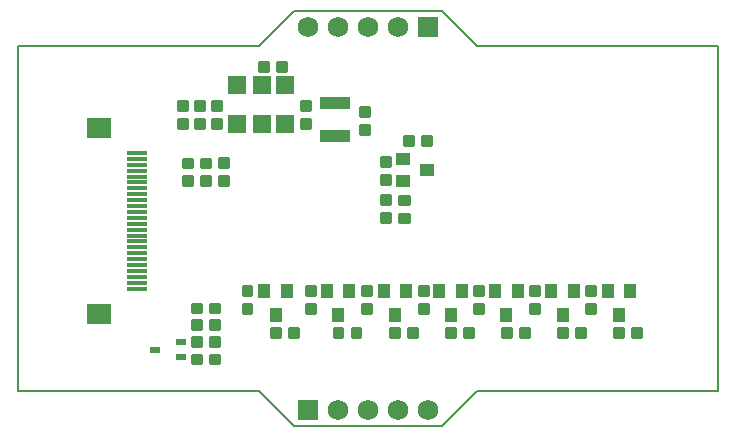
<source format=gts>
G75*
%MOIN*%
%OFA0B0*%
%FSLAX25Y25*%
%IPPOS*%
%LPD*%
%AMOC8*
5,1,8,0,0,1.08239X$1,22.5*
%
%ADD10C,0.00600*%
%ADD11C,0.00975*%
%ADD12R,0.05900X0.05900*%
%ADD13C,0.00850*%
%ADD14R,0.06699X0.01581*%
%ADD15R,0.08077X0.06699*%
%ADD16R,0.06900X0.06900*%
%ADD17C,0.06900*%
%ADD18R,0.10243X0.04337*%
%ADD19R,0.03550X0.02369*%
%ADD20R,0.03900X0.04900*%
%ADD21R,0.04900X0.04400*%
D10*
X0008065Y0019400D02*
X0008065Y0134361D01*
X0088320Y0134361D01*
X0099920Y0145961D01*
X0149420Y0145961D01*
X0161020Y0134361D01*
X0241136Y0134361D01*
X0241136Y0019400D01*
X0161020Y0019400D01*
X0149420Y0007800D01*
X0099920Y0007800D01*
X0088320Y0019400D01*
X0008065Y0019400D01*
D11*
X0065963Y0031504D02*
X0068889Y0031504D01*
X0068889Y0028578D01*
X0065963Y0028578D01*
X0065963Y0031504D01*
X0065963Y0029552D02*
X0068889Y0029552D01*
X0068889Y0030526D02*
X0065963Y0030526D01*
X0065963Y0031500D02*
X0068889Y0031500D01*
X0071963Y0031504D02*
X0074889Y0031504D01*
X0074889Y0028578D01*
X0071963Y0028578D01*
X0071963Y0031504D01*
X0071963Y0029552D02*
X0074889Y0029552D01*
X0074889Y0030526D02*
X0071963Y0030526D01*
X0071963Y0031500D02*
X0074889Y0031500D01*
X0074889Y0037204D02*
X0071963Y0037204D01*
X0074889Y0037204D02*
X0074889Y0034278D01*
X0071963Y0034278D01*
X0071963Y0037204D01*
X0071963Y0035252D02*
X0074889Y0035252D01*
X0074889Y0036226D02*
X0071963Y0036226D01*
X0071963Y0037200D02*
X0074889Y0037200D01*
X0074889Y0042904D02*
X0071963Y0042904D01*
X0074889Y0042904D02*
X0074889Y0039978D01*
X0071963Y0039978D01*
X0071963Y0042904D01*
X0071963Y0040952D02*
X0074889Y0040952D01*
X0074889Y0041926D02*
X0071963Y0041926D01*
X0071963Y0042900D02*
X0074889Y0042900D01*
X0074889Y0048504D02*
X0071963Y0048504D01*
X0074889Y0048504D02*
X0074889Y0045578D01*
X0071963Y0045578D01*
X0071963Y0048504D01*
X0071963Y0046552D02*
X0074889Y0046552D01*
X0074889Y0047526D02*
X0071963Y0047526D01*
X0071963Y0048500D02*
X0074889Y0048500D01*
X0068889Y0048504D02*
X0065963Y0048504D01*
X0068889Y0048504D02*
X0068889Y0045578D01*
X0065963Y0045578D01*
X0065963Y0048504D01*
X0065963Y0046552D02*
X0068889Y0046552D01*
X0068889Y0047526D02*
X0065963Y0047526D01*
X0065963Y0048500D02*
X0068889Y0048500D01*
X0068889Y0042904D02*
X0065963Y0042904D01*
X0068889Y0042904D02*
X0068889Y0039978D01*
X0065963Y0039978D01*
X0065963Y0042904D01*
X0065963Y0040952D02*
X0068889Y0040952D01*
X0068889Y0041926D02*
X0065963Y0041926D01*
X0065963Y0042900D02*
X0068889Y0042900D01*
X0068889Y0037204D02*
X0065963Y0037204D01*
X0068889Y0037204D02*
X0068889Y0034278D01*
X0065963Y0034278D01*
X0065963Y0037204D01*
X0065963Y0035252D02*
X0068889Y0035252D01*
X0068889Y0036226D02*
X0065963Y0036226D01*
X0065963Y0037200D02*
X0068889Y0037200D01*
X0082807Y0045343D02*
X0082807Y0048269D01*
X0085733Y0048269D01*
X0085733Y0045343D01*
X0082807Y0045343D01*
X0082807Y0046317D02*
X0085733Y0046317D01*
X0085733Y0047291D02*
X0082807Y0047291D01*
X0082807Y0048265D02*
X0085733Y0048265D01*
X0082807Y0051343D02*
X0082807Y0054269D01*
X0085733Y0054269D01*
X0085733Y0051343D01*
X0082807Y0051343D01*
X0082807Y0052317D02*
X0085733Y0052317D01*
X0085733Y0053291D02*
X0082807Y0053291D01*
X0082807Y0054265D02*
X0085733Y0054265D01*
X0104007Y0054269D02*
X0104007Y0051343D01*
X0104007Y0054269D02*
X0106933Y0054269D01*
X0106933Y0051343D01*
X0104007Y0051343D01*
X0104007Y0052317D02*
X0106933Y0052317D01*
X0106933Y0053291D02*
X0104007Y0053291D01*
X0104007Y0054265D02*
X0106933Y0054265D01*
X0104007Y0048269D02*
X0104007Y0045343D01*
X0104007Y0048269D02*
X0106933Y0048269D01*
X0106933Y0045343D01*
X0104007Y0045343D01*
X0104007Y0046317D02*
X0106933Y0046317D01*
X0106933Y0047291D02*
X0104007Y0047291D01*
X0104007Y0048265D02*
X0106933Y0048265D01*
X0101267Y0037287D02*
X0098341Y0037287D01*
X0098341Y0040213D01*
X0101267Y0040213D01*
X0101267Y0037287D01*
X0101267Y0038261D02*
X0098341Y0038261D01*
X0098341Y0039235D02*
X0101267Y0039235D01*
X0101267Y0040209D02*
X0098341Y0040209D01*
X0095267Y0037287D02*
X0092341Y0037287D01*
X0092341Y0040213D01*
X0095267Y0040213D01*
X0095267Y0037287D01*
X0095267Y0038261D02*
X0092341Y0038261D01*
X0092341Y0039235D02*
X0095267Y0039235D01*
X0095267Y0040209D02*
X0092341Y0040209D01*
X0113141Y0037287D02*
X0116067Y0037287D01*
X0113141Y0037287D02*
X0113141Y0040213D01*
X0116067Y0040213D01*
X0116067Y0037287D01*
X0116067Y0038261D02*
X0113141Y0038261D01*
X0113141Y0039235D02*
X0116067Y0039235D01*
X0116067Y0040209D02*
X0113141Y0040209D01*
X0119141Y0037287D02*
X0122067Y0037287D01*
X0119141Y0037287D02*
X0119141Y0040213D01*
X0122067Y0040213D01*
X0122067Y0037287D01*
X0122067Y0038261D02*
X0119141Y0038261D01*
X0119141Y0039235D02*
X0122067Y0039235D01*
X0122067Y0040209D02*
X0119141Y0040209D01*
X0122607Y0045343D02*
X0122607Y0048269D01*
X0125533Y0048269D01*
X0125533Y0045343D01*
X0122607Y0045343D01*
X0122607Y0046317D02*
X0125533Y0046317D01*
X0125533Y0047291D02*
X0122607Y0047291D01*
X0122607Y0048265D02*
X0125533Y0048265D01*
X0122607Y0051343D02*
X0122607Y0054269D01*
X0125533Y0054269D01*
X0125533Y0051343D01*
X0122607Y0051343D01*
X0122607Y0052317D02*
X0125533Y0052317D01*
X0125533Y0053291D02*
X0122607Y0053291D01*
X0122607Y0054265D02*
X0125533Y0054265D01*
X0141507Y0054269D02*
X0141507Y0051343D01*
X0141507Y0054269D02*
X0144433Y0054269D01*
X0144433Y0051343D01*
X0141507Y0051343D01*
X0141507Y0052317D02*
X0144433Y0052317D01*
X0144433Y0053291D02*
X0141507Y0053291D01*
X0141507Y0054265D02*
X0144433Y0054265D01*
X0141507Y0048269D02*
X0141507Y0045343D01*
X0141507Y0048269D02*
X0144433Y0048269D01*
X0144433Y0045343D01*
X0141507Y0045343D01*
X0141507Y0046317D02*
X0144433Y0046317D01*
X0144433Y0047291D02*
X0141507Y0047291D01*
X0141507Y0048265D02*
X0144433Y0048265D01*
X0140967Y0037287D02*
X0138041Y0037287D01*
X0138041Y0040213D01*
X0140967Y0040213D01*
X0140967Y0037287D01*
X0140967Y0038261D02*
X0138041Y0038261D01*
X0138041Y0039235D02*
X0140967Y0039235D01*
X0140967Y0040209D02*
X0138041Y0040209D01*
X0134967Y0037287D02*
X0132041Y0037287D01*
X0132041Y0040213D01*
X0134967Y0040213D01*
X0134967Y0037287D01*
X0134967Y0038261D02*
X0132041Y0038261D01*
X0132041Y0039235D02*
X0134967Y0039235D01*
X0134967Y0040209D02*
X0132041Y0040209D01*
X0150641Y0037287D02*
X0153567Y0037287D01*
X0150641Y0037287D02*
X0150641Y0040213D01*
X0153567Y0040213D01*
X0153567Y0037287D01*
X0153567Y0038261D02*
X0150641Y0038261D01*
X0150641Y0039235D02*
X0153567Y0039235D01*
X0153567Y0040209D02*
X0150641Y0040209D01*
X0156641Y0037287D02*
X0159567Y0037287D01*
X0156641Y0037287D02*
X0156641Y0040213D01*
X0159567Y0040213D01*
X0159567Y0037287D01*
X0159567Y0038261D02*
X0156641Y0038261D01*
X0156641Y0039235D02*
X0159567Y0039235D01*
X0159567Y0040209D02*
X0156641Y0040209D01*
X0160007Y0045343D02*
X0160007Y0048269D01*
X0162933Y0048269D01*
X0162933Y0045343D01*
X0160007Y0045343D01*
X0160007Y0046317D02*
X0162933Y0046317D01*
X0162933Y0047291D02*
X0160007Y0047291D01*
X0160007Y0048265D02*
X0162933Y0048265D01*
X0160007Y0051343D02*
X0160007Y0054269D01*
X0162933Y0054269D01*
X0162933Y0051343D01*
X0160007Y0051343D01*
X0160007Y0052317D02*
X0162933Y0052317D01*
X0162933Y0053291D02*
X0160007Y0053291D01*
X0160007Y0054265D02*
X0162933Y0054265D01*
X0178607Y0054269D02*
X0178607Y0051343D01*
X0178607Y0054269D02*
X0181533Y0054269D01*
X0181533Y0051343D01*
X0178607Y0051343D01*
X0178607Y0052317D02*
X0181533Y0052317D01*
X0181533Y0053291D02*
X0178607Y0053291D01*
X0178607Y0054265D02*
X0181533Y0054265D01*
X0178607Y0048269D02*
X0178607Y0045343D01*
X0178607Y0048269D02*
X0181533Y0048269D01*
X0181533Y0045343D01*
X0178607Y0045343D01*
X0178607Y0046317D02*
X0181533Y0046317D01*
X0181533Y0047291D02*
X0178607Y0047291D01*
X0178607Y0048265D02*
X0181533Y0048265D01*
X0178167Y0037287D02*
X0175241Y0037287D01*
X0175241Y0040213D01*
X0178167Y0040213D01*
X0178167Y0037287D01*
X0178167Y0038261D02*
X0175241Y0038261D01*
X0175241Y0039235D02*
X0178167Y0039235D01*
X0178167Y0040209D02*
X0175241Y0040209D01*
X0172167Y0037287D02*
X0169241Y0037287D01*
X0169241Y0040213D01*
X0172167Y0040213D01*
X0172167Y0037287D01*
X0172167Y0038261D02*
X0169241Y0038261D01*
X0169241Y0039235D02*
X0172167Y0039235D01*
X0172167Y0040209D02*
X0169241Y0040209D01*
X0187941Y0037287D02*
X0190867Y0037287D01*
X0187941Y0037287D02*
X0187941Y0040213D01*
X0190867Y0040213D01*
X0190867Y0037287D01*
X0190867Y0038261D02*
X0187941Y0038261D01*
X0187941Y0039235D02*
X0190867Y0039235D01*
X0190867Y0040209D02*
X0187941Y0040209D01*
X0193941Y0037287D02*
X0196867Y0037287D01*
X0193941Y0037287D02*
X0193941Y0040213D01*
X0196867Y0040213D01*
X0196867Y0037287D01*
X0196867Y0038261D02*
X0193941Y0038261D01*
X0193941Y0039235D02*
X0196867Y0039235D01*
X0196867Y0040209D02*
X0193941Y0040209D01*
X0197407Y0045343D02*
X0197407Y0048269D01*
X0200333Y0048269D01*
X0200333Y0045343D01*
X0197407Y0045343D01*
X0197407Y0046317D02*
X0200333Y0046317D01*
X0200333Y0047291D02*
X0197407Y0047291D01*
X0197407Y0048265D02*
X0200333Y0048265D01*
X0197407Y0051343D02*
X0197407Y0054269D01*
X0200333Y0054269D01*
X0200333Y0051343D01*
X0197407Y0051343D01*
X0197407Y0052317D02*
X0200333Y0052317D01*
X0200333Y0053291D02*
X0197407Y0053291D01*
X0197407Y0054265D02*
X0200333Y0054265D01*
X0206741Y0037287D02*
X0209667Y0037287D01*
X0206741Y0037287D02*
X0206741Y0040213D01*
X0209667Y0040213D01*
X0209667Y0037287D01*
X0209667Y0038261D02*
X0206741Y0038261D01*
X0206741Y0039235D02*
X0209667Y0039235D01*
X0209667Y0040209D02*
X0206741Y0040209D01*
X0212741Y0037287D02*
X0215667Y0037287D01*
X0212741Y0037287D02*
X0212741Y0040213D01*
X0215667Y0040213D01*
X0215667Y0037287D01*
X0215667Y0038261D02*
X0212741Y0038261D01*
X0212741Y0039235D02*
X0215667Y0039235D01*
X0215667Y0040209D02*
X0212741Y0040209D01*
X0128907Y0075643D02*
X0128907Y0078569D01*
X0131833Y0078569D01*
X0131833Y0075643D01*
X0128907Y0075643D01*
X0128907Y0076617D02*
X0131833Y0076617D01*
X0131833Y0077591D02*
X0128907Y0077591D01*
X0128907Y0078565D02*
X0131833Y0078565D01*
X0128907Y0081643D02*
X0128907Y0084569D01*
X0131833Y0084569D01*
X0131833Y0081643D01*
X0128907Y0081643D01*
X0128907Y0082617D02*
X0131833Y0082617D01*
X0131833Y0083591D02*
X0128907Y0083591D01*
X0128907Y0084565D02*
X0131833Y0084565D01*
X0129007Y0088443D02*
X0129007Y0091369D01*
X0131933Y0091369D01*
X0131933Y0088443D01*
X0129007Y0088443D01*
X0129007Y0089417D02*
X0131933Y0089417D01*
X0131933Y0090391D02*
X0129007Y0090391D01*
X0129007Y0091365D02*
X0131933Y0091365D01*
X0129007Y0094443D02*
X0129007Y0097369D01*
X0131933Y0097369D01*
X0131933Y0094443D01*
X0129007Y0094443D01*
X0129007Y0095417D02*
X0131933Y0095417D01*
X0131933Y0096391D02*
X0129007Y0096391D01*
X0129007Y0097365D02*
X0131933Y0097365D01*
X0136741Y0101287D02*
X0139667Y0101287D01*
X0136741Y0101287D02*
X0136741Y0104213D01*
X0139667Y0104213D01*
X0139667Y0101287D01*
X0139667Y0102261D02*
X0136741Y0102261D01*
X0136741Y0103235D02*
X0139667Y0103235D01*
X0139667Y0104209D02*
X0136741Y0104209D01*
X0142741Y0101287D02*
X0145667Y0101287D01*
X0142741Y0101287D02*
X0142741Y0104213D01*
X0145667Y0104213D01*
X0145667Y0101287D01*
X0145667Y0102261D02*
X0142741Y0102261D01*
X0142741Y0103235D02*
X0145667Y0103235D01*
X0145667Y0104209D02*
X0142741Y0104209D01*
X0122007Y0104943D02*
X0122007Y0107869D01*
X0124933Y0107869D01*
X0124933Y0104943D01*
X0122007Y0104943D01*
X0122007Y0105917D02*
X0124933Y0105917D01*
X0124933Y0106891D02*
X0122007Y0106891D01*
X0122007Y0107865D02*
X0124933Y0107865D01*
X0122007Y0110943D02*
X0122007Y0113869D01*
X0124933Y0113869D01*
X0124933Y0110943D01*
X0122007Y0110943D01*
X0122007Y0111917D02*
X0124933Y0111917D01*
X0124933Y0112891D02*
X0122007Y0112891D01*
X0122007Y0113865D02*
X0124933Y0113865D01*
X0102407Y0113043D02*
X0102407Y0115969D01*
X0105333Y0115969D01*
X0105333Y0113043D01*
X0102407Y0113043D01*
X0102407Y0114017D02*
X0105333Y0114017D01*
X0105333Y0114991D02*
X0102407Y0114991D01*
X0102407Y0115965D02*
X0105333Y0115965D01*
X0102407Y0109969D02*
X0102407Y0107043D01*
X0102407Y0109969D02*
X0105333Y0109969D01*
X0105333Y0107043D01*
X0102407Y0107043D01*
X0102407Y0108017D02*
X0105333Y0108017D01*
X0105333Y0108991D02*
X0102407Y0108991D01*
X0102407Y0109965D02*
X0105333Y0109965D01*
X0097289Y0129004D02*
X0094363Y0129004D01*
X0097289Y0129004D02*
X0097289Y0126078D01*
X0094363Y0126078D01*
X0094363Y0129004D01*
X0094363Y0127052D02*
X0097289Y0127052D01*
X0097289Y0128026D02*
X0094363Y0128026D01*
X0094363Y0129000D02*
X0097289Y0129000D01*
X0091289Y0129004D02*
X0088363Y0129004D01*
X0091289Y0129004D02*
X0091289Y0126078D01*
X0088363Y0126078D01*
X0088363Y0129004D01*
X0088363Y0127052D02*
X0091289Y0127052D01*
X0091289Y0128026D02*
X0088363Y0128026D01*
X0088363Y0129000D02*
X0091289Y0129000D01*
X0072707Y0115969D02*
X0072707Y0113043D01*
X0072707Y0115969D02*
X0075633Y0115969D01*
X0075633Y0113043D01*
X0072707Y0113043D01*
X0072707Y0114017D02*
X0075633Y0114017D01*
X0075633Y0114991D02*
X0072707Y0114991D01*
X0072707Y0115965D02*
X0075633Y0115965D01*
X0067007Y0115969D02*
X0067007Y0113043D01*
X0067007Y0115969D02*
X0069933Y0115969D01*
X0069933Y0113043D01*
X0067007Y0113043D01*
X0067007Y0114017D02*
X0069933Y0114017D01*
X0069933Y0114991D02*
X0067007Y0114991D01*
X0067007Y0115965D02*
X0069933Y0115965D01*
X0061307Y0115969D02*
X0061307Y0113043D01*
X0061307Y0115969D02*
X0064233Y0115969D01*
X0064233Y0113043D01*
X0061307Y0113043D01*
X0061307Y0114017D02*
X0064233Y0114017D01*
X0064233Y0114991D02*
X0061307Y0114991D01*
X0061307Y0115965D02*
X0064233Y0115965D01*
X0061307Y0109969D02*
X0061307Y0107043D01*
X0061307Y0109969D02*
X0064233Y0109969D01*
X0064233Y0107043D01*
X0061307Y0107043D01*
X0061307Y0108017D02*
X0064233Y0108017D01*
X0064233Y0108991D02*
X0061307Y0108991D01*
X0061307Y0109965D02*
X0064233Y0109965D01*
X0067007Y0109969D02*
X0067007Y0107043D01*
X0067007Y0109969D02*
X0069933Y0109969D01*
X0069933Y0107043D01*
X0067007Y0107043D01*
X0067007Y0108017D02*
X0069933Y0108017D01*
X0069933Y0108991D02*
X0067007Y0108991D01*
X0067007Y0109965D02*
X0069933Y0109965D01*
X0072707Y0109969D02*
X0072707Y0107043D01*
X0072707Y0109969D02*
X0075633Y0109969D01*
X0075633Y0107043D01*
X0072707Y0107043D01*
X0072707Y0108017D02*
X0075633Y0108017D01*
X0075633Y0108991D02*
X0072707Y0108991D01*
X0072707Y0109965D02*
X0075633Y0109965D01*
X0074907Y0096969D02*
X0074907Y0094043D01*
X0074907Y0096969D02*
X0077833Y0096969D01*
X0077833Y0094043D01*
X0074907Y0094043D01*
X0074907Y0095017D02*
X0077833Y0095017D01*
X0077833Y0095991D02*
X0074907Y0095991D01*
X0074907Y0096965D02*
X0077833Y0096965D01*
X0071789Y0096804D02*
X0068863Y0096804D01*
X0071789Y0096804D02*
X0071789Y0093878D01*
X0068863Y0093878D01*
X0068863Y0096804D01*
X0068863Y0094852D02*
X0071789Y0094852D01*
X0071789Y0095826D02*
X0068863Y0095826D01*
X0068863Y0096800D02*
X0071789Y0096800D01*
X0065789Y0096804D02*
X0062863Y0096804D01*
X0065789Y0096804D02*
X0065789Y0093878D01*
X0062863Y0093878D01*
X0062863Y0096804D01*
X0062863Y0094852D02*
X0065789Y0094852D01*
X0065789Y0095826D02*
X0062863Y0095826D01*
X0062863Y0096800D02*
X0065789Y0096800D01*
X0065789Y0091104D02*
X0062863Y0091104D01*
X0065789Y0091104D02*
X0065789Y0088178D01*
X0062863Y0088178D01*
X0062863Y0091104D01*
X0062863Y0089152D02*
X0065789Y0089152D01*
X0065789Y0090126D02*
X0062863Y0090126D01*
X0062863Y0091100D02*
X0065789Y0091100D01*
X0068863Y0091104D02*
X0071789Y0091104D01*
X0071789Y0088178D01*
X0068863Y0088178D01*
X0068863Y0091104D01*
X0068863Y0089152D02*
X0071789Y0089152D01*
X0071789Y0090126D02*
X0068863Y0090126D01*
X0068863Y0091100D02*
X0071789Y0091100D01*
X0074907Y0090969D02*
X0074907Y0088043D01*
X0074907Y0090969D02*
X0077833Y0090969D01*
X0077833Y0088043D01*
X0074907Y0088043D01*
X0074907Y0089017D02*
X0077833Y0089017D01*
X0077833Y0089991D02*
X0074907Y0089991D01*
X0074907Y0090965D02*
X0077833Y0090965D01*
D12*
X0081070Y0108506D03*
X0089160Y0108485D03*
X0097060Y0108485D03*
X0097060Y0121485D03*
X0089160Y0121485D03*
X0081070Y0121506D03*
D13*
X0135045Y0084381D02*
X0135045Y0081831D01*
X0135045Y0084381D02*
X0138095Y0084381D01*
X0138095Y0081831D01*
X0135045Y0081831D01*
X0135045Y0082680D02*
X0138095Y0082680D01*
X0138095Y0083529D02*
X0135045Y0083529D01*
X0135045Y0084378D02*
X0138095Y0084378D01*
X0135045Y0078381D02*
X0135045Y0075831D01*
X0135045Y0078381D02*
X0138095Y0078381D01*
X0138095Y0075831D01*
X0135045Y0075831D01*
X0135045Y0076680D02*
X0138095Y0076680D01*
X0138095Y0077529D02*
X0135045Y0077529D01*
X0135045Y0078378D02*
X0138095Y0078378D01*
D14*
X0047632Y0079046D03*
X0047632Y0081014D03*
X0047632Y0082983D03*
X0047632Y0084951D03*
X0047632Y0086920D03*
X0047632Y0088888D03*
X0047632Y0090857D03*
X0047632Y0092825D03*
X0047632Y0094794D03*
X0047632Y0096762D03*
X0047632Y0098731D03*
X0047632Y0077077D03*
X0047632Y0075109D03*
X0047632Y0073140D03*
X0047632Y0071172D03*
X0047632Y0069203D03*
X0047632Y0067235D03*
X0047632Y0065266D03*
X0047632Y0063298D03*
X0047632Y0061329D03*
X0047632Y0059361D03*
X0047632Y0057392D03*
X0047632Y0055424D03*
X0047632Y0053455D03*
D15*
X0034837Y0044991D03*
X0034837Y0107195D03*
D16*
X0144601Y0140761D03*
X0104601Y0013000D03*
D17*
X0114601Y0013000D03*
X0124601Y0013000D03*
X0134601Y0013000D03*
X0144601Y0013000D03*
X0134601Y0140761D03*
X0124601Y0140761D03*
X0114601Y0140761D03*
X0104601Y0140761D03*
D18*
X0113526Y0115246D03*
X0113526Y0104435D03*
D19*
X0062170Y0035665D03*
X0053508Y0033106D03*
X0062170Y0030547D03*
D20*
X0093826Y0044841D03*
X0097566Y0052841D03*
X0090086Y0052841D03*
X0110886Y0052841D03*
X0118366Y0052841D03*
X0114626Y0044841D03*
X0129786Y0052841D03*
X0137266Y0052841D03*
X0133526Y0044841D03*
X0148386Y0052841D03*
X0155866Y0052841D03*
X0166986Y0052741D03*
X0174466Y0052741D03*
X0170726Y0044741D03*
X0185686Y0052741D03*
X0193166Y0052741D03*
X0189426Y0044741D03*
X0204486Y0052741D03*
X0211966Y0052741D03*
X0208226Y0044741D03*
X0152126Y0044841D03*
D21*
X0136270Y0089366D03*
X0144270Y0093106D03*
X0136270Y0096846D03*
M02*

</source>
